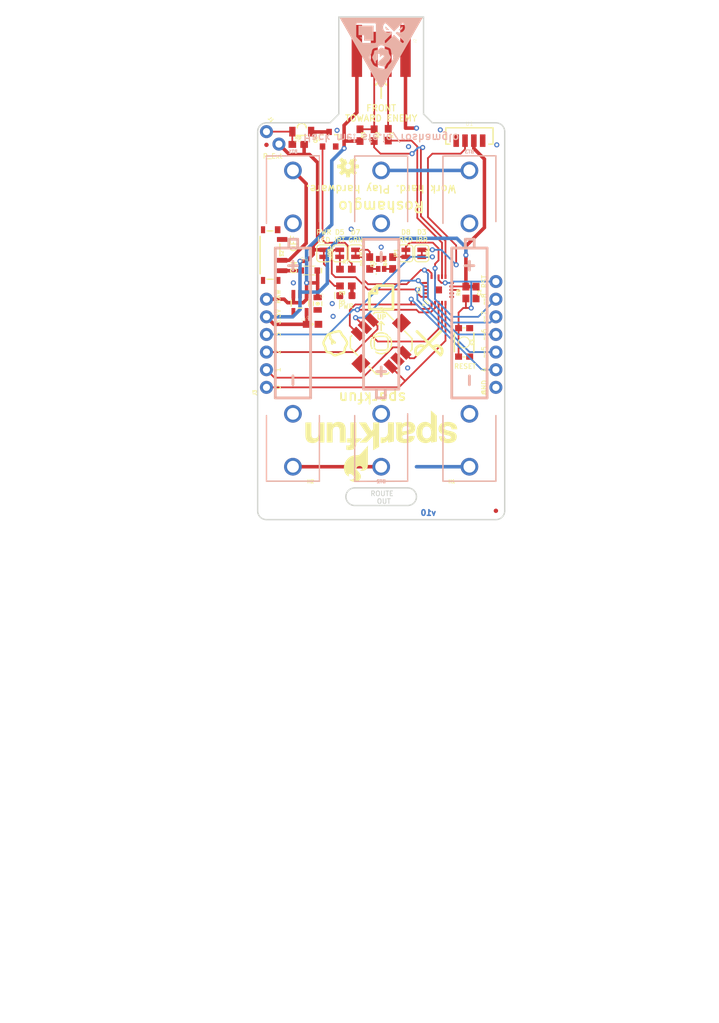
<source format=kicad_pcb>
(kicad_pcb (version 20211014) (generator pcbnew)
  (layers (0 "F.Cu" signal) (1 "In1.Cu" signal) (2 "In2.Cu" signal) (31 "B.Cu" signal) (34 "B.Paste" user) (35 "F.Paste" user) (36 "B.SilkS" user "B.Silkscreen") (37 "F.SilkS" user "F.Silkscreen") (38 "B.Mask" user) (39 "F.Mask" user) (44 "Edge.Cuts" user))
  (net 0 "")
  (net 1 "3.3V")
  (net 2 "GND")
  (net 3 "~{RESET}")
  (net 4 "8")
  (net 5 "9")
  (net 6 "10")
  (net 7 "7")
  (net 8 "6")
  (net 9 "5")
  (net 10 "4")
  (net 11 "3")
  (net 12 "2")
  (net 13 "1")
  (net 14 "0")
  (net 15 "D+")
  (net 16 "D-")
  (net 17 "N$2")
  (net 18 "N$4")
  (net 19 "V_BATT")
  (net 20 "N$12")
  (net 21 "N$13")
  (net 22 "VIN")
  (net 23 "N$3")
  (net 24 "N$7")
  (net 25 "N$8")
  (net 26 "N$5")
  (net 27 "N$6")
  (net 28 "N$9")
  (net 29 "N$10")
  (net 30 "N$14")
  (net 31 "N$1")
  (net 32 "N$11")
  (footprint "boardEagle:ROSHAMGLO_SCISSORS" (layer "F.Cu") (at 155.3591 115.7986)
    (fp_text reference "U$3" hide)
    (fp_text value "" hide)
  )
  (footprint "boardEagle:0603" (layer "F.Cu") (at 162.1536 108.4961 -90)
    (fp_text reference "C1")
    (fp_text value "0.1uF")
  )
  (footprint "boardEagle:TSOP75XXXWTR" (layer "F.Cu") (at 161.2011 85.3186)
    (fp_text reference "U1")
    (fp_text value "IR-Receiver")
  )
  (footprint "boardEagle:SOT23-3" (layer "F.Cu") (at 141.0081 86.4616)
    (fp_text reference "Q1")
    (fp_text value "600mA/40V")
  )
  (footprint "boardEagle:ROSHAMGLO_ROCK" (layer "F.Cu") (at 141.8971 115.7986)
    (fp_text reference "U$2" hide)
    (fp_text value "" hide)
  )
  (footprint "boardEagle:FIDUCIAL-MICRO" (layer "F.Cu") (at 165.0111 139.9286)
    (fp_text reference "FD2" hide)
    (fp_text value "FIDUCIALUFIDUCIAL" hide)
  )
  (footprint "boardEagle:0603" (layer "F.Cu") (at 146.8501 104.2416 90)
    (fp_text reference "R5")
    (fp_text value "100")
  )
  (footprint "boardEagle:0805-CAP" (layer "F.Cu") (at 139.3571 110.0963 -90)
    (fp_text reference "C5")
    (fp_text value "1.0uF")
  )
  (footprint "boardEagle:USB-A-PCB-NOPASTE" (layer "F.Cu") (at 148.5011 73.8886 -90)
    (fp_text reference "J2")
    (fp_text value "USBPCB")
  )
  (footprint "boardEagle:0603-CAP" (layer "F.Cu") (at 138.6205 113.0681)
    (fp_text reference "C6")
    (fp_text value "2.2uF")
  )
  (footprint "boardEagle:0603" (layer "F.Cu") (at 143.4211 107.5436 180)
    (fp_text reference "R9")
    (fp_text value "1k")
  )
  (footprint "boardEagle:SWITCH_SPST_SMD_A" (layer "F.Cu") (at 132.4991 103.0986 90)
    (fp_text reference "S2")
    (fp_text value "")
  )
  (footprint "boardEagle:TACTILE_SWITCH_SMD_4.6X2.8MM" (layer "F.Cu") (at 160.4391 115.6716 -90)
    (fp_text reference "S3")
    (fp_text value "")
  )
  (footprint "boardEagle:LTST-C195KGJRKT" (layer "F.Cu") (at 148.5011 104.3686 90)
    (fp_text reference "D3")
    (fp_text value "RG LED")
  )
  (footprint "boardEagle:QFN20" (layer "F.Cu") (at 156.7561 108.1151 90)
    (fp_text reference "IC1")
    (fp_text value "ATTINY84A")
  )
  (footprint "boardEagle:SMT-JUMPER_2_NC_TRACE_SILK" (layer "F.Cu") (at 140.2461 102.8446 -90)
    (fp_text reference "JP5")
    (fp_text value "")
  )
  (footprint "boardEagle:SMT-JUMPER_2_NC_TRACE_SILK" (layer "F.Cu") (at 142.5321 102.8446 90)
    (fp_text reference "JP3")
    (fp_text value "")
  )
  (footprint "boardEagle:SFE_LOGO_NAME_FLAME_.2" (layer "F.Cu") (at 160.1216 125.4506 180)
    (fp_text reference "LOGO2" hide)
    (fp_text value "SFE_LOGO_NAME_FLAME.2_INCH" hide)
  )
  (footprint "boardEagle:SFH4045N" (layer "F.Cu") (at 137.0711 85.3186 180)
    (fp_text reference "D6")
    (fp_text value "LED-IR")
  )
  (footprint "boardEagle:CREATIVE_COMMONS" (layer "F.Cu") (at 114.2111 158.9786)
    (fp_text reference "FRAME1" hide)
    (fp_text value "FRAME-LETTER" hide)
  )
  (footprint "boardEagle:0603" (layer "F.Cu") (at 145.4531 85.8266 -90)
    (fp_text reference "R3")
    (fp_text value "1.5k")
  )
  (footprint "boardEagle:SMT-JUMPER_2_NC_TRACE_SILK" (layer "F.Cu") (at 154.3431 102.8446 -90)
    (fp_text reference "JP4")
    (fp_text value "")
  )
  (footprint "boardEagle:0603" (layer "F.Cu") (at 150.1521 104.2416 90)
    (fp_text reference "R4")
    (fp_text value "100")
  )
  (footprint "boardEagle:0603" (layer "F.Cu") (at 143.4211 105.1306)
    (fp_text reference "R7")
    (fp_text value "1k")
  )
  (footprint "boardEagle:0603" (layer "F.Cu") (at 160.6931 108.4961 90)
    (fp_text reference "R8")
    (fp_text value "10k")
  )
  (footprint "boardEagle:FIDUCIAL-MICRO" (layer "F.Cu") (at 131.9911 87.2236)
    (fp_text reference "FD1" hide)
    (fp_text value "FIDUCIALUFIDUCIAL" hide)
  )
  (footprint "boardEagle:JOYSTICK_MINI" (layer "F.Cu") (at 148.5011 115.7986 -45)
    (fp_text reference "S1")
    (fp_text value "")
  )
  (footprint "boardEagle:SOT23-5" (layer "F.Cu") (at 136.8171 110.0201 180)
    (fp_text reference "U3")
    (fp_text value "AP2112K-3.3V")
  )
  (footprint "boardEagle:STAND-OFF" (layer "F.Cu") (at 158.6611 138.0236)
    (fp_text reference "H1")
    (fp_text value "STAND-OFF")
  )
  (footprint "boardEagle:0603" (layer "F.Cu") (at 149.5171 85.7631 -90)
    (fp_text reference "R1")
    (fp_text value "68")
  )
  (footprint "boardEagle:0603" (layer "F.Cu") (at 136.5631 87.1601)
    (fp_text reference "R6")
    (fp_text value "1.5k")
  )
  (footprint "boardEagle:1X07_NO_SILK" (layer "F.Cu") (at 165.0111 122.1486 90)
    (fp_text reference "J5")
    (fp_text value "")
  )
  (footprint "boardEagle:OSHW-LOGO-S" (layer "F.Cu") (at 143.7386 90.3351 180)
    (fp_text reference "LOGO1" hide)
    (fp_text value "OSHW-LOGOS" hide)
  )
  (footprint "boardEagle:SMT-JUMPER_2_NC_TRACE_SILK" (layer "F.Cu") (at 152.0571 102.8446 90)
    (fp_text reference "JP1")
    (fp_text value "")
  )
  (footprint "boardEagle:SMT-JUMPER_2_NC_TRACE_SILK" (layer "F.Cu") (at 144.8181 102.8446 -90)
    (fp_text reference "JP2")
    (fp_text value "")
  )
  (footprint "boardEagle:ROSHAMGLO_PAPER" (layer "F.Cu") (at 148.5011 109.1946)
    (fp_text reference "U$1" hide)
    (fp_text value "" hide)
  )
  (footprint "boardEagle:1X02_NO_SILK" (layer "F.Cu") (at 131.9911 85.3186 -45)
    (fp_text reference "J1")
    (fp_text value "R_Ext")
  )
  (footprint "boardEagle:SOD-323" (layer "F.Cu") (at 138.1506 105.3211)
    (fp_text reference "D4")
    (fp_text value "800mA/220mV")
  )
  (footprint "boardEagle:LED-0603" (layer "F.Cu") (at 143.4211 108.9406 180)
    (fp_text reference "D5")
    (fp_text value "RED")
  )
  (footprint "boardEagle:STAND-OFF" (layer "F.Cu") (at 138.3411 138.0236)
    (fp_text reference "H2")
    (fp_text value "STAND-OFF")
  )
  (footprint "boardEagle:1X06_NO_SILK" (layer "F.Cu") (at 131.9911 122.1486 90)
    (fp_text reference "J3")
    (fp_text value "")
  )
  (footprint "boardEagle:0603" (layer "F.Cu") (at 147.4851 85.8266 -90)
    (fp_text reference "R2")
    (fp_text value "68")
  )
  (footprint "boardEagle:ORDERING_INSTRUCTIONS" (layer "F.Cu") (at 93.8911 162.7886)
    (fp_text reference "U$5" hide)
    (fp_text value "SPECIAL_INSTRUCTIONS-ORDERING" hide)
  )
  (footprint "boardEagle:BATTERY-AAA-KIT" (layer "B.Cu") (at 135.8011 112.2426 -90)
    (fp_text reference "BT1")
    (fp_text value "1.2V")
  )
  (footprint "boardEagle:ROSHAMGLO_LOGO_0.4" (layer "B.Cu") (at 148.5011 73.8886)
    (fp_text reference "U$4" hide)
    (fp_text value "" hide)
  )
  (footprint "boardEagle:BATTERY-AAA-KIT" (layer "B.Cu") (at 148.5011 112.2426 90)
    (fp_text reference "BT2")
    (fp_text value "1.2V")
  )
  (footprint "boardEagle:BATTERY-AAA-KIT" (layer "B.Cu") (at 161.2011 112.2426 -90)
    (fp_text reference "BT3")
    (fp_text value "1.2V")
  )
  (gr_line (start 148.5011 77.6986) (end 149.2631 78.5876) (layer "F.SilkS") (width 0.254))
  (gr_line (start 148.5011 80.4926) (end 148.5011 77.6986) (layer "F.SilkS") (width 0.254))
  (gr_line (start 148.5011 77.6986) (end 147.7391 78.5876) (layer "F.SilkS") (width 0.254))
  (gr_line (start 165.0111 84.0486) (end 155.8671 84.0486) (layer "Edge.Cuts") (width 0.2032))
  (gr_arc (start 153.5811 137.8966) (mid 153.209126 138.794626) (end 152.3111 139.1666) (layer "Edge.Cuts") (width 0.2032))
  (gr_arc (start 143.4211 137.8966) (mid 143.793074 136.998574) (end 144.6911 136.6266) (layer "Edge.Cuts") (width 0.2032))
  (gr_line (start 155.8671 84.0486) (end 154.5971 82.7786) (layer "Edge.Cuts") (width 0.2032))
  (gr_line (start 130.7211 85.3186) (end 130.7211 139.9286) (layer "Edge.Cuts") (width 0.2032))
  (gr_arc (start 144.6911 139.1666) (mid 143.793074 138.794626) (end 143.4211 137.8966) (layer "Edge.Cuts") (width 0.2032))
  (gr_arc (start 130.7211 85.3186) (mid 131.093074 84.420574) (end 131.9911 84.0486) (layer "Edge.Cuts") (width 0.2032))
  (gr_line (start 131.9911 141.1986) (end 165.0111 141.1986) (layer "Edge.Cuts") (width 0.2032))
  (gr_line (start 152.3111 139.1666) (end 144.6911 139.1666) (layer "Edge.Cuts") (width 0.2032))
  (gr_line (start 142.4051 82.7786) (end 142.4051 68.8086) (layer "Edge.Cuts") (width 0.2032))
  (gr_line (start 144.6911 136.6266) (end 152.3111 136.6266) (layer "Edge.Cuts") (width 0.2032))
  (gr_arc (start 152.3111 136.6266) (mid 153.209126 136.998574) (end 153.5811 137.8966) (layer "Edge.Cuts") (width 0.2032))
  (gr_arc (start 131.9911 141.1986) (mid 131.093074 140.826626) (end 130.7211 139.9286) (layer "Edge.Cuts") (width 0.2032))
  (gr_line (start 154.5971 82.7786) (end 154.5971 68.8086) (layer "Edge.Cuts") (width 0.2032))
  (gr_line (start 141.1351 84.0486) (end 142.4051 82.7786) (layer "Edge.Cuts") (width 0.2032))
  (gr_line (start 166.2811 139.9286) (end 166.2811 85.3186) (layer "Edge.Cuts") (width 0.2032))
  (gr_line (start 142.4051 68.8086) (end 154.5971 68.8086) (layer "Edge.Cuts") (width 0.2032))
  (gr_arc (start 165.0111 84.0486) (mid 165.909126 84.420574) (end 166.2811 85.3186) (layer "Edge.Cuts") (width 0.2032))
  (gr_arc (start 166.2811 139.9286) (mid 165.909126 140.826626) (end 165.0111 141.1986) (layer "Edge.Cuts") (width 0.2032))
  (gr_line (start 131.9911 84.0486) (end 141.1351 84.0486) (layer "Edge.Cuts") (width 0.2032))
  (gr_text "v10" (at 156.5021 140.6906) (layer "B.Cu") (effects (font (size 0.8128 0.8128) (thickness 0.2032)) (justify left bottom mirror)))
  (gr_text "Hack me! sfe.io/roshamglo" (at 148.5011 85.5726 -180) (layer "B.SilkS") (effects (font (size 1.0795 1.0795) (thickness 0.1905)) (justify bottom mirror)))
  (gr_text "2" (at 133.2611 117.0686 90) (layer "F.SilkS") (effects (font (size 0.69088 0.69088) (thickness 0.12192)) (justify top)))
  (gr_text "PWR\nLED" (at 140.2461 101.3206) (layer "F.SilkS") (effects (font (size 0.69088 0.69088) (thickness 0.12192)) (justify bottom)))
  (gr_text "OFF" (at 135.4201 102.7176 90) (layer "F.SilkS") (effects (font (size 0.8636 0.8636) (thickness 0.1524)) (justify left top)))
  (gr_text "FRONT\nTOWARD ENEMY" (at 148.5011 83.9216) (layer "F.SilkS") (effects (font (size 0.90678 0.90678) (thickness 0.16002)) (justify bottom)))
  (gr_text "ON" (at 135.4201 105.8926 90) (layer "F.SilkS") (effects (font (size 0.8636 0.8636) (thickness 0.1524)) (justify left top)))
  (gr_text "GND" (at 163.7411 122.1486 90) (layer "F.SilkS") (effects (font (size 0.69088 0.69088) (thickness 0.12192)) (justify bottom)))
  (gr_text "0" (at 133.2611 122.1486 90) (layer "F.SilkS") (effects (font (size 0.69088 0.69088) (thickness 0.12192)) (justify top)))
  (gr_text "~~7" (at 163.7411 111.9886 90) (layer "F.SilkS") (effects (font (size 0.69088 0.69088) (thickness 0.12192)) (justify bottom)))
  (gr_text "Work hard. Play hardware." (at 148.5011 92.9386 180) (layer "F.SilkS") (effects (font (size 1.0795 1.0795) (thickness 0.1905)) (justify bottom)))
  (gr_text "Roshamglo" (at 148.5011 95.2246 180) (layer "F.SilkS") (effects (font (size 1.5113 1.5113) (thickness 0.2667)) (justify bottom)))
  (gr_text "~~6" (at 163.7411 114.5286 90) (layer "F.SilkS") (effects (font (size 0.69088 0.69088) (thickness 0.12192)) (justify bottom)))
  (gr_text "D3\nIRR" (at 154.3431 101.3206) (layer "F.SilkS") (effects (font (size 0.69088 0.69088) (thickness 0.12192)) (justify bottom)))
  (gr_text "1" (at 133.2611 119.6086 90) (layer "F.SilkS") (effects (font (size 0.69088 0.69088) (thickness 0.12192)) (justify top)))
  (gr_text "sparkfun" (at 147.2311 122.7836 180) (layer "F.SilkS") (effects (font (size 1.5113 1.5113) (thickness 0.2667)) (justify bottom)))
  (gr_text "RAW" (at 133.2611 109.0676 90) (layer "F.SilkS") (effects (font (size 0.69088 0.69088) (thickness 0.12192)) (justify top)))
  (gr_text "3.3V" (at 133.2611 111.9886 90) (layer "F.SilkS") (effects (font (size 0.69088 0.69088) (thickness 0.12192)) (justify top)))
  (gr_text "RST" (at 163.7411 106.9086 90) (layer "F.SilkS") (effects (font (size 0.69088 0.69088) (thickness 0.12192)) (justify bottom)))
  (gr_text "D8\nRED" (at 152.0571 101.3206) (layer "F.SilkS") (effects (font (size 0.69088 0.69088) (thickness 0.12192)) (justify bottom)))
  (gr_text "~~5" (at 163.7411 117.0686 90) (layer "F.SilkS") (effects (font (size 0.69088 0.69088) (thickness 0.12192)) (justify bottom)))
  (gr_text "4" (at 163.7411 119.6086 90) (layer "F.SilkS") (effects (font (size 0.69088 0.69088) (thickness 0.12192)) (justify bottom)))
  (gr_text "PWR" (at 143.4211 110.0836) (layer "F.SilkS") (effects (font (size 0.69088 0.69088) (thickness 0.12192)) (justify top)))
  (gr_text "RESET" (at 162.2171 118.7196) (layer "F.SilkS") (effects (font (size 0.69088 0.69088) (thickness 0.12192)) (justify right top)))
  (gr_text "D7\nGRN" (at 144.8181 101.3206) (layer "F.SilkS") (effects (font (size 0.69088 0.69088) (thickness 0.12192)) (justify bottom)))
  (gr_text "3" (at 133.2611 114.5286 90) (layer "F.SilkS") (effects (font (size 0.69088 0.69088) (thickness 0.12192)) (justify top)))
  (gr_text "R_Ext" (at 132.8801 89.2556) (layer "F.SilkS") (effects (font (size 0.69088 0.69088) (thickness 0.12192)) (justify bottom)))
  (gr_text "~~8" (at 163.7411 109.4486 90) (layer "F.SilkS") (effects (font (size 0.69088 0.69088) (thickness 0.12192)) (justify bottom)))
  (gr_text "D5\nIRT" (at 142.5321 101.3206) (layer "F.SilkS") (effects (font (size 0.69088 0.69088) (thickness 0.12192)) (justify bottom)))
  (gr_text "ROUTE \nOUT" (at 148.8821 138.9634) (layer "Edge.Cuts") (effects (font (size 0.69088 0.69088) (thickness 0.12192)) (justify bottom)))
  (segment (start 131.9911 111.9886) (end 133.0706 113.0681) (width 0.508) (layer "F.Cu") (net 1))
  (segment (start 133.78715 87.114654) (end 135.293096 88.6206) (width 0.508) (layer "F.Cu") (net 1))
  (segment (start 163.3601 99.133369) (end 160.6931 101.800369) (width 0.508) (layer "F.Cu") (net 1))
  (segment (start 138.7221 101.7016) (end 138.7221 102.4636) (width 0.508) (layer "F.Cu") (net 1))
  (segment (start 137.7705 113.0681) (end 133.0706 113.0681) (width 0.508) (layer "F.Cu") (net 1))
  (segment (start 139.3571 89.787357) (end 139.3571 101.0666) (width 0.508) (layer "F.Cu") (net 1))
  (segment (start 139.3571 101.0666) (end 138.7221 101.7016) (width 0.508) (layer "F.Cu") (net 1))
  (segment (start 138.8491 102.3366) (end 138.7221 102.4636) (width 0.508) (layer "F.Cu") (net 1))
  (segment (start 138.7221 102.4636) (end 138.7221 102.9957) (width 0.508) (layer "F.Cu") (net 1))
  (segment (start 140.2461 102.3366) (end 138.8491 102.3366) (width 0.508) (layer "F.Cu") (net 1))
  (segment (start 161.8361 86.6186) (end 161.8361 87.753072) (width 0.508) (layer "F.Cu") (net 1))
  (segment (start 137.7671 113.0647) (end 137.7705 113.0681) (width 0.508) (layer "F.Cu") (net 1))
  (segment (start 137.7671 111.3202) (end 137.7671 113.0647) (width 0.508) (layer "F.Cu") (net 1))
  (segment (start 163.3601 89.277072) (end 163.3601 99.133369) (width 0.508) (layer "F.Cu") (net 1))
  (segment (start 161.8361 87.753072) (end 163.3601 89.277072) (width 0.508) (layer "F.Cu") (net 1))
  (segment (start 137.7302 103.9876) (end 136.8171 103.9876) (width 0.508) (layer "F.Cu") (net 1))
  (segment (start 139.3571 89.787357) (end 138.190343 88.6206) (width 0.508) (layer "F.Cu") (net 1))
  (segment (start 162.1536 107.6461) (end 160.6931 107.6461) (width 0.508) (layer "F.Cu") (net 1))
  (segment (start 138.190343 88.6206) (end 137.4131 88.6206) (width 0.508) (layer "F.Cu") (net 1))
  (segment (start 160.6931 107.6151) (end 160.6931 103.0986) (width 0.508) (layer "F.Cu") (net 1))
  (segment (start 137.4131 88.6206) (end 137.4131 87.1601) (width 0.508) (layer "F.Cu") (net 1))
  (segment (start 135.293096 88.6206) (end 137.4131 88.6206) (width 0.508) (layer "F.Cu") (net 1))
  (segment (start 137.7705 113.2586) (end 137.7705 113.0681) (width 0.508) (layer "F.Cu") (net 1))
  (segment (start 158.6561 107.6151) (end 160.6931 107.6151) (width 0.254) (layer "F.Cu") (net 1))
  (segment (start 160.6931 107.6151) (end 160.6931 107.6461) (width 0.254) (layer "F.Cu") (net 1))
  (segment (start 138.7221 102.9957) (end 137.7302 103.9876) (width 0.508) (layer "F.Cu") (net 1))
  (segment (start 160.6931 101.800369) (end 160.6931 103.0986) (width 0.508) (layer "F.Cu") (net 1))
  (via (at 160.6931 103.0986) (size 0.7366) (drill 0.381) (layers "F.Cu" "B.Cu") (net 1))
  (via (at 136.8171 103.9876) (size 0.7366) (drill 0.381) (layers "F.Cu" "B.Cu") (net 1))
  (segment (start 135.77375 111.9886) (end 131.9911 111.9886) (width 0.508) (layer "B.Cu") (net 1))
  (segment (start 159.385556 100.6856) (end 160.6931 101.993144) (width 0.508) (layer "B.Cu") (net 1))
  (segment (start 135.77375 111.9886) (end 136.8171 110.94525) (width 0.508) (layer "B.Cu") (net 1))
  (segment (start 140.7541 107.175366) (end 139.496865 108.4326) (width 0.508) (layer "B.Cu") (net 1))
  (segment (start 160.6931 101.993144) (end 160.6931 103.0986) (width 0.508) (layer "B.Cu") (net 1))
  (segment (start 140.7541 102.4636) (end 140.7541 107.175366) (width 0.508) (layer "B.Cu") (net 1))
  (segment (start 142.5321 100.6856) (end 140.7541 102.4636) (width 0.508) (layer "B.Cu") (net 1))
  (segment (start 139.496865 108.4326) (end 136.8171 108.4326) (width 0.508) (layer "B.Cu") (net 1))
  (segment (start 136.8171 108.4326) (end 136.8171 103.9876) (width 0.508) (layer "B.Cu") (net 1))
  (segment (start 136.8171 110.94525) (end 136.8171 108.4326) (width 0.508) (layer "B.Cu") (net 1))
  (segment (start 142.5321 100.6856) (end 159.385556 100.6856) (width 0.508) (layer "B.Cu") (net 1))
  (segment (start 159.6771 108.1151) (end 159.6771 108.1786) (width 0.254) (layer "F.Cu") (net 2))
  (segment (start 152.0011 73.6886) (end 152.0011 84.8106) (width 0.508) (layer "F.Cu") (net 2))
  (segment (start 158.6561 108.1151) (end 159.6771 108.1151) (width 0.254) (layer "F.Cu") (net 2))
  (segment (start 152.0011 84.8106) (end 153.5811 84.8106) (width 0.508) (layer "F.Cu") (net 2))
  (via (at 165.1381 87.2236) (size 0.7366) (drill 0.381) (layers "F.Cu" "B.Cu") (net 2))
  (via (at 142.1511 85.1281) (size 0.7366) (drill 0.381) (layers "F.Cu" "B.Cu") (net 2))
  (via (at 135.8646 107.0991) (size 0.7366) (drill 0.381) (layers "F.Cu" "B.Cu") (net 2))
  (via (at 141.5796 111.9251) (size 0.7366) (drill 0.381) (layers "F.Cu" "B.Cu") (net 2))
  (via (at 157.0101 85.0646) (size 0.7366) (drill 0.381) (layers "F.Cu" "B.Cu") (net 2))
  (via (at 152.3111 119.3546) (size 0.7366) (drill 0.381) (layers "F.Cu" "B.Cu") (net 2))
  (via (at 141.4526 110.0836) (size 0.7366) (drill 0.381) (layers "F.Cu" "B.Cu") (net 2))
  (via (at 153.5811 84.8106) (size 0.7366) (drill 0.381) (layers "F.Cu" "B.Cu") (net 2))
  (via (at 148.5011 101.9556) (size 0.7366) (drill 0.381) (layers "F.Cu" "B.Cu") (net 2))
  (via (at 152.4381 87.4776) (size 0.7366) (drill 0.381) (layers "F.Cu" "B.Cu") (net 2))
  (via (at 144.1831 99.3521) (size 0.7366) (drill 0.381) (layers "F.Cu" "B.Cu") (net 2))
  (segment (start 161.2011 133.5786) (end 153.5811 133.5786) (width 0.508) (layer "B.Cu") (net 2))
  (segment (start 161.4551 110.7186) (end 160.6931 110.7186) (width 0.254) (layer "F.Cu") (net 3))
  (segment (start 160.6931 110.7186) (end 160.6931 109.3461) (width 0.254) (layer "F.Cu") (net 3))
  (segment (start 156.7561 106.2151) (end 156.7561 106.673132) (width 0.254) (layer "F.Cu") (net 3))
  (segment (start 156.7561 106.673132) (end 157.182068 107.0991) (width 0.254) (layer "F.Cu") (net 3))
  (segment (start 157.182068 107.0991) (end 157.7086 107.0991) (width 0.254) (layer "F.Cu") (net 3))
  (segment (start 159.6391 111.384388) (end 160.304887 110.7186) (width 0.254) (layer "F.Cu") (net 3))
  (segment (start 159.6391 113.6216) (end 159.6391 111.384388) (width 0.254) (layer "F.Cu") (net 3))
  (segment (start 160.304887 110.7186) (end 160.6931 110.7186) (width 0.254) (layer "F.Cu") (net 3))
  (segment (start 159.6391 113.6216) (end 159.6391 117.7216) (width 0.254) (layer "F.Cu") (net 3))
  (via (at 161.4551 110.7186) (size 0.7366) (drill 0.381) (layers "F.Cu" "B.Cu") (net 3))
  (via (at 157.7086 107.0991) (size 0.7366) (drill 0.381) (layers "F.Cu" "B.Cu") (net 3))
  (segment (start 161.4551 110.7186) (end 161.4551 106.9086) (width 0.254) (layer "B.Cu") (net 3))
  (segment (start 161.4551 106.9086) (end 165.0111 106.9086) (width 0.254) (layer "B.Cu") (net 3))
  (segment (start 158.5341 107.0991) (end 158.7246 106.9086) (width 0.254) (layer "B.Cu") (net 3))
  (segment (start 158.7246 106.9086) (end 161.4551 106.9086) (width 0.254) (layer "B.Cu") (net 3))
  (segment (start 157.7086 107.0991) (end 158.5341 107.0991) (width 0.254) (layer "B.Cu") (net 3))
  (segment (start 156.2561 105.0036) (end 156.2561 104.3606) (width 0.254) (layer "F.Cu") (net 4))
  (segment (start 152.0571 101.87701) (end 152.0571 102.3366) (width 0.254) (layer "F.Cu") (net 4))
  (segment (start 155.929321 101.299129) (end 156.7561 102.125907) (width 0.254) (layer "F.Cu") (net 4))
  (segment (start 156.7561 102.125907) (end 156.7561 103.8606) (width 0.254) (layer "F.Cu") (net 4))
  (segment (start 152.634981 101.299129) (end 152.0571 101.87701) (width 0.254) (layer "F.Cu") (net 4))
  (segment (start 156.2561 106.2151) (end 156.2561 105.0036) (width 0.254) (layer "F.Cu") (net 4))
  (segment (start 155.929321 101.299129) (end 152.634981 101.299129) (width 0.254) (layer "F.Cu") (net 4))
  (segment (start 156.2561 104.3606) (end 156.7561 103.8606) (width 0.254) (layer "F.Cu") (net 4))
  (via (at 156.2561 105.0036) (size 0.7366) (drill 0.381) (layers "F.Cu" "B.Cu") (net 4))
  (segment (start 156.2481 105.0116) (end 156.2561 105.0036) (width 0.254) (layer "B.Cu") (net 4))
  (segment (start 162.4711 111.9886) (end 158.7881 111.9886) (width 0.254) (layer "B.Cu") (net 4))
  (segment (start 156.2481 109.4486) (end 156.2481 105.0116) (width 0.254) (layer "B.Cu") (net 4))
  (segment (start 158.7881 111.9886) (end 156.2481 109.4486) (width 0.254) (layer "B.Cu") (net 4))
  (segment (start 165.0111 109.4486) (end 162.4711 111.9886) (width 0.254) (layer "B.Cu") (net 4))
  (segment (start 157.2561 101.3126) (end 157.2561 106.2151) (width 0.254) (layer "F.Cu") (net 5))
  (segment (start 153.7001 87.447132) (end 153.7001 97.7566) (width 0.254) (layer "F.Cu") (net 5))
  (segment (start 149.5171 86.6131) (end 152.866068 86.6131) (width 0.254) (layer "F.Cu") (net 5))
  (segment (start 152.866068 86.6131) (end 153.7001 87.447132) (width 0.254) (layer "F.Cu") (net 5))
  (segment (start 153.7001 97.7566) (end 157.2561 101.3126) (width 0.254) (layer "F.Cu") (net 5))
  (segment (start 147.4851 87.577791) (end 148.400909 88.4936) (width 0.254) (layer "F.Cu") (net 6))
  (segment (start 154.2161 87.8586) (end 154.4701 87.6046) (width 0.254) (layer "F.Cu") (net 6))
  (segment (start 157.7561 101.0506) (end 157.7561 106.2151) (width 0.254) (layer "F.Cu") (net 6))
  (segment (start 154.2161 97.5106) (end 157.7561 101.0506) (width 0.254) (layer "F.Cu") (net 6))
  (segment (start 154.2161 97.5106) (end 154.2161 87.8586) (width 0.254) (layer "F.Cu") (net 6))
  (segment (start 148.400909 88.4936) (end 152.9461 88.4936) (width 0.254) (layer "F.Cu") (net 6))
  (segment (start 147.4851 86.6766) (end 147.4851 87.577791) (width 0.254) (layer "F.Cu") (net 6))
  (via (at 154.4701 87.6046) (size 0.7366) (drill 0.381) (layers "F.Cu" "B.Cu") (net 6))
  (via (at 152.9461 88.4936) (size 0.7366) (drill 0.381) (layers "F.Cu" "B.Cu") (net 6))
  (segment (start 153.8351 87.6046) (end 154.4701 87.6046) (width 0.254) (layer "B.Cu") (net 6))
  (segment (start 152.9461 88.4936) (end 153.8351 87.6046) (width 0.254) (layer "B.Cu") (net 6))
  (segment (start 154.7241 105.2576) (end 155.2848 105.2576) (width 0.254) (layer "F.Cu") (net 7))
  (segment (start 145.9611 103.636579) (end 145.9611 106.642025) (width 0.254) (layer "F.Cu") (net 7))
  (segment (start 152.176193 107.2896) (end 146.608675 107.2896) (width 0.254) (layer "F.Cu") (net 7))
  (segment (start 155.7561 105.7289) (end 155.7561 106.2151) (width 0.254) (layer "F.Cu") (net 7))
  (segment (start 154.7241 105.2576) (end 154.208193 105.2576) (width 0.254) (layer "F.Cu") (net 7))
  (segment (start 144.8181 103.3526) (end 145.677121 103.3526) (width 0.254) (layer "F.Cu") (net 7))
  (segment (start 155.2848 105.2576) (end 155.7561 105.7289) (width 0.254) (layer "F.Cu") (net 7))
  (segment (start 154.208193 105.2576) (end 152.176193 107.2896) (width 0.254) (layer "F.Cu") (net 7))
  (segment (start 145.9611 106.642025) (end 146.608675 107.2896) (width 0.254) (layer "F.Cu") (net 7))
  (segment (start 145.677121 103.3526) (end 145.9611 103.636579) (width 0.254) (layer "F.Cu") (net 7))
  (via (at 154.7241 105.2576) (size 0.7366) (drill 0.381) (layers "F.Cu" "B.Cu") (net 7))
  (segment (start 164.1856 112.8141) (end 158.7246 112.8141) (width 0.254) (layer "B.Cu") (net 7))
  (segment (start 165.0111 111.9886) (end 164.1856 112.8141) (width 0.254) (layer "B.Cu") (net 7))
  (segment (start 155.2321 109.3216) (end 155.2321 105.7656) (width 0.254) (layer "B.Cu") (net 7))
  (segment (start 158.7246 112.8141) (end 155.2321 109.3216) (width 0.254) (layer "B.Cu") (net 7))
  (segment (start 155.2321 105.7656) (end 154.7241 105.2576) (width 0.254) (layer "B.Cu") (net 7))
  (segment (start 146.149968 113.447472) (end 144.8181 112.115604) (width 0.254) (layer "F.Cu") (net 8))
  (segment (start 153.8351 106.7816) (end 154.1686 107.1151) (width 0.254) (layer "F.Cu") (net 8))
  (segment (start 154.1686 107.1151) (end 154.8561 107.1151) (width 0.254) (layer "F.Cu") (net 8))
  (segment (start 144.8181 112.115604) (end 144.8181 112.1156) (width 0.254) (layer "F.Cu") (net 8))
  (via (at 144.8181 112.1156) (size 0.7366) (drill 0.381) (layers "F.Cu" "B.Cu") (net 8))
  (via (at 153.8351 106.7816) (size 0.7366) (drill 0.381) (layers "F.Cu" "B.Cu") (net 8))
  (segment (start 154.5971 107.5436) (end 153.8351 106.7816) (width 0.254) (layer "B.Cu") (net 8))
  (segment (start 165.0111 114.5286) (end 159.5501 114.5286) (width 0.254) (layer "B.Cu") (net 8))
  (segment (start 159.5501 114.5286) (end 154.5971 109.5756) (width 0.254) (layer "B.Cu") (net 8))
  (segment (start 146.0881 112.1156) (end 151.4221 106.7816) (width 0.254) (layer "B.Cu") (net 8))
  (segment (start 144.8181 112.1156) (end 146.0881 112.1156) (width 0.254) (layer "B.Cu") (net 8))
  (segment (start 151.4221 106.7816) (end 153.8351 106.7816) (width 0.254) (layer "B.Cu") (net 8))
  (segment (start 154.5971 109.5756) (end 154.5971 107.5436) (width 0.254) (layer "B.Cu") (net 8))
  (segment (start 141.3891 105.7656) (end 141.3891 102.738207) (width 0.254) (layer "F.Cu") (net 9))
  (segment (start 141.8971 106.2736) (end 141.3891 105.7656) (width 0.254) (layer "F.Cu") (net 9))
  (segment (start 141.790706 102.3366) (end 142.5321 102.3366) (width 0.254) (layer "F.Cu") (net 9))
  (segment (start 153.7081 108.0516) (end 153.7081 108.577966) (width 0.254) (layer "F.Cu") (net 9))
  (segment (start 146.5961 108.0516) (end 144.8181 106.2736) (width 0.254) (layer "F.Cu") (net 9))
  (segment (start 153.7081 108.577966) (end 154.245234 109.1151) (width 0.254) (layer "F.Cu") (net 9))
  (segment (start 141.3891 102.738207) (end 141.790706 102.3366) (width 0.254) (layer "F.Cu") (net 9))
  (segment (start 153.7081 108.0516) (end 146.5961 108.0516) (width 0.254) (layer "F.Cu") (net 9))
  (segment (start 144.8181 106.2736) (end 141.8971 106.2736) (width 0.254) (layer "F.Cu") (net 9))
  (segment (start 154.245234 109.1151) (end 154.8561 109.1151) (width 0.254) (layer "F.Cu") (net 9))
  (via (at 153.7081 108.0516) (size 0.7366) (drill 0.381) (layers "F.Cu" "B.Cu") (net 9))
  (segment (start 161.221171 117.0686) (end 153.7081 109.555529) (width 0.254) (layer "B.Cu") (net 9))
  (segment (start 165.0111 117.0686) (end 161.221171 117.0686) (width 0.254) (layer "B.Cu") (net 9))
  (segment (start 153.7081 109.555529) (end 153.7081 108.0516) (width 0.254) (layer "B.Cu") (net 9))
  (segment (start 153.601706 110.2106) (end 154.236706 110.8456) (width 0.254) (layer "F.Cu") (net 10))
  (segment (start 143.985168 113.262572) (end 145.160018 114.437422) (width 0.254) (layer "F.Cu") (net 10))
  (segment (start 143.985168 111.012785) (end 144.787353 110.2106) (width 0.254) (layer "F.Cu") (net 10))
  (segment (start 152.8191 109.4486) (end 152.8191 110.2106) (width 0.254) (layer "F.Cu") (net 10))
  (segment (start 144.787353 110.2106) (end 152.8191 110.2106) (width 0.254) (layer "F.Cu") (net 10))
  (segment (start 155.385406 110.8456) (end 155.7561 110.474907) (width 0.254) (layer "F.Cu") (net 10))
  (segment (start 143.985168 113.262572) (end 143.985168 111.012785) (width 0.254) (layer "F.Cu") (net 10))
  (segment (start 154.236706 110.8456) (end 155.385406 110.8456) (width 0.254) (layer "F.Cu") (net 10))
  (segment (start 155.7561 110.474907) (end 155.7561 110.0151) (width 0.254) (layer "F.Cu") (net 10))
  (segment (start 152.8191 110.2106) (end 153.601706 110.2106) (width 0.254) (layer "F.Cu") (net 10))
  (via (at 152.8191 109.4486) (size 0.7366) (drill 0.381) (layers "F.Cu" "B.Cu") (net 10))
  (segment (start 162.9791 119.6086) (end 152.8191 109.4486) (width 0.254) (layer "B.Cu") (net 10))
  (segment (start 165.0111 119.6086) (end 162.9791 119.6086) (width 0.254) (layer "B.Cu") (net 10))
  (segment (start 153.9621 111.3536) (end 153.5811 110.9726) (width 0.254) (layer "F.Cu") (net 11))
  (segment (start 153.5811 110.9726) (end 145.0721 110.9726) (width 0.254) (layer "F.Cu") (net 11))
  (segment (start 156.2561 110.713769) (end 155.616268 111.3536) (width 0.254) (layer "F.Cu") (net 11))
  (segment (start 156.2561 110.0151) (end 156.2561 110.713769) (width 0.254) (layer "F.Cu") (net 11))
  (segment (start 154.3431 103.3526) (end 155.8671 103.3526) (width 0.254) (layer "F.Cu") (net 11))
  (segment (start 155.616268 111.3536) (end 153.9621 111.3536) (width 0.254) (layer "F.Cu") (net 11))
  (via (at 145.0721 110.9726) (size 0.7366) (drill 0.381) (layers "F.Cu" "B.Cu") (net 11))
  (via (at 155.8671 103.3526) (size 0.7366) (drill 0.381) (layers "F.Cu" "B.Cu") (net 11))
  (segment (start 152.6921 103.3526) (end 145.0721 110.9726) (width 0.254) (layer "B.Cu") (net 11))
  (segment (start 144.4371 110.9726) (end 140.8811 114.5286) (width 0.254) (layer "B.Cu") (net 11))
  (segment (start 144.4371 110.9726) (end 145.0721 110.9726) (width 0.254) (layer "B.Cu") (net 11))
  (segment (start 140.8811 114.5286) (end 131.9911 114.5286) (width 0.254) (layer "B.Cu") (net 11))
  (segment (start 155.8671 103.3526) (end 152.6921 103.3526) (width 0.254) (layer "B.Cu") (net 11))
  (segment (start 156.7561 113.739594) (end 156.7561 110.0151) (width 0.254) (layer "F.Cu") (net 12))
  (segment (start 147.969387 113.286991) (end 147.139918 112.457522) (width 0.254) (layer "F.Cu") (net 12))
  (segment (start 154.951093 115.5446) (end 156.7561 113.739594) (width 0.254) (layer "F.Cu") (net 12))
  (segment (start 147.993103 115.5446) (end 154.951093 115.5446) (width 0.254) (layer "F.Cu") (net 12))
  (segment (start 144.6911 117.068597) (end 147.1041 114.655597) (width 0.254) (layer "F.Cu") (net 12))
  (segment (start 147.1041 114.655597) (end 147.969387 113.79031) (width 0.254) (layer "F.Cu") (net 12))
  (segment (start 131.9911 117.0686) (end 131.991103 117.068597) (width 0.254) (layer "F.Cu") (net 12))
  (segment (start 147.993103 115.5446) (end 147.1041 114.655597) (width 0.254) (layer "F.Cu") (net 12))
  (segment (start 147.969387 113.79031) (end 147.969387 113.286991) (width 0.254) (layer "F.Cu") (net 12))
  (segment (start 131.991103 117.068597) (end 144.6911 117.068597) (width 0.254) (layer "F.Cu") (net 12))
  (segment (start 153.25235 117.957454) (end 157.2561 113.953704) (width 0.254) (layer "F.Cu") (net 13))
  (segment (start 153.25235 117.957454) (end 152.63985 117.957454) (width 0.254) (layer "F.Cu") (net 13))
  (segment (start 157.2561 113.953704) (end 157.2561 110.0151) (width 0.254) (layer "F.Cu") (net 13))
  (segment (start 150.197584 116.388119) (end 145.8341 120.7516) (width 0.254) (layer "F.Cu") (net 13))
  (segment (start 152.63985 117.957454) (end 151.842178 117.159782) (width 0.254) (layer "F.Cu") (net 13))
  (segment (start 151.842178 117.159782) (end 151.070515 116.388119) (width 0.254) (layer "F.Cu") (net 13))
  (segment (start 151.070515 116.388119) (end 150.197584 116.388119) (width 0.254) (layer "F.Cu") (net 13))
  (segment (start 133.1341 120.7516) (end 145.8341 120.7516) (width 0.254) (layer "F.Cu") (net 13))
  (segment (start 131.9911 119.6086) (end 133.1341 120.7516) (width 0.254) (layer "F.Cu") (net 13))
  (segment (start 157.7561 115.4336) (end 157.7561 110.0151) (width 0.254) (layer "F.Cu") (net 14))
  (segment (start 151.041103 122.1486) (end 151.95615 121.233554) (width 0.254) (layer "F.Cu") (net 14))
  (segment (start 149.862278 119.139682) (end 151.95615 121.233554) (width 0.254) (layer "F.Cu") (net 14))
  (segment (start 154.2001 118.9896) (end 157.7561 115.4336) (width 0.254) (layer "F.Cu") (net 14))
  (segment (start 131.9911 122.1486) (end 151.041103 122.1486) (width 0.254) (layer "F.Cu") (net 14))
  (segment (start 151.95615 121.233554) (end 154.2001 118.9896) (width 0.254) (layer "F.Cu") (net 14))
  (segment (start 149.5011 74.1886) (end 149.5011 84.8971) (width 0.254) (layer "F.Cu") (net 15))
  (segment (start 149.5011 84.8971) (end 149.5171 84.9131) (width 0.254) (layer "F.Cu") (net 15))
  (segment (start 147.5011 84.9606) (end 147.4851 84.9766) (width 0.254) (layer "F.Cu") (net 16))
  (segment (start 147.5011 74.1886) (end 147.5011 84.9606) (width 0.254) (layer "F.Cu") (net 16))
  (segment (start 145.4531 84.9766) (end 147.4851 84.9766) (width 0.254) (layer "F.Cu") (net 16))
  (segment (start 150.1521 105.0916) (end 148.9261 105.0916) (width 0.254) (layer "F.Cu") (net 17))
  (segment (start 148.9261 105.0916) (end 148.9261 105.0936) (width 0.254) (layer "F.Cu") (net 17))
  (segment (start 146.8501 105.0936) (end 146.8501 105.0916) (width 0.254) (layer "F.Cu") (net 18))
  (segment (start 148.0761 105.0936) (end 146.8501 105.0936) (width 0.254) (layer "F.Cu") (net 18))
  (segment (start 135.239175 103.8486) (end 134.2491 103.8486) (width 0.508) (layer "F.Cu") (net 19))
  (segment (start 135.239175 103.8486) (end 137.7061 101.381675) (width 0.508) (layer "F.Cu") (net 19))
  (segment (start 135.8011 90.9066) (end 137.7061 92.8116) (width 0.508) (layer "F.Cu") (net 19))
  (segment (start 137.7061 92.8116) (end 137.7061 101.381675) (width 0.508) (layer "F.Cu") (net 19))
  (segment (start 148.5011 133.5786) (end 135.8011 133.5786) (width 0.508) (layer "F.Cu") (net 20))
  (segment (start 161.2011 90.9066) (end 148.5011 90.9066) (width 0.508) (layer "B.Cu") (net 21))
  (segment (start 137.7671 108.72) (end 137.7696 108.72) (width 0.508) (layer "F.Cu") (net 22))
  (segment (start 137.7671 109.462569) (end 137.273068 109.9566) (width 0.508) (layer "F.Cu") (net 22))
  (segment (start 145.0011 82.566432) (end 143.1671 84.400432) (width 0.508) (layer "F.Cu") (net 22))
  (segment (start 135.8646 108.72) (end 135.8671 108.72) (width 0.508) (layer "F.Cu") (net 22))
  (segment (start 137.7671 108.72) (end 137.7671 109.462569) (width 0.508) (layer "F.Cu") (net 22))
  (segment (start 135.8646 109.9566) (end 135.8646 108.72) (width 0.508) (layer "F.Cu") (net 22))
  (segment (start 145.0011 73.6886) (end 145.0011 82.566432) (width 0.508) (layer "F.Cu") (net 22))
  (segment (start 137.273068 109.9566) (end 135.8646 109.9566) (width 0.508) (layer "F.Cu") (net 22))
  (segment (start 143.1671 86.6766) (end 145.4531 86.6766) (width 0.508) (layer "F.Cu") (net 22))
  (segment (start 134.5311 109.4486) (end 131.9911 109.4486) (width 0.508) (layer "F.Cu") (net 22))
  (segment (start 137.7696 107.0991) (end 139.3571 107.0991) (width 0.508) (layer "F.Cu") (net 22))
  (segment (start 139.3571 107.0991) (end 139.3571 109.1963) (width 0.508) (layer "F.Cu") (net 22))
  (segment (start 143.1671 84.400432) (end 143.1671 86.6766) (width 0.508) (layer "F.Cu") (net 22))
  (segment (start 139.3571 105.3211) (end 139.3571 107.0991) (width 0.508) (layer "F.Cu") (net 22))
  (segment (start 134.5311 109.4486) (end 135.0391 109.9566) (width 0.508) (layer "F.Cu") (net 22))
  (segment (start 137.7696 108.72) (end 137.7696 107.0991) (width 0.508) (layer "F.Cu") (net 22))
  (segment (start 143.1671 86.6766) (end 143.1671 87.7316) (width 0.508) (layer "F.Cu") (net 22))
  (segment (start 139.3006 105.3211) (end 139.3571 105.3211) (width 0.508) (layer "F.Cu") (net 22))
  (segment (start 135.0391 109.9566) (end 135.8646 109.9566) (width 0.508) (layer "F.Cu") (net 22))
  (via (at 143.1671 87.7316) (size 0.7366) (drill 0.381) (layers "F.Cu" "B.Cu") (net 22))
  (via (at 137.7696 107.0991) (size 0.7366) (drill 0.381) (layers "F.Cu" "B.Cu") (net 22))
  (segment (start 141.3891 98.697907) (end 137.7696 102.317407) (width 0.508) (layer "B.Cu") (net 22))
  (segment (start 143.1671 87.7316) (end 141.3891 89.5096) (width 0.508) (layer "B.Cu") (net 22))
  (segment (start 141.3891 89.5096) (end 141.3891 98.697907) (width 0.508) (layer "B.Cu") (net 22))
  (segment (start 137.7696 102.317407) (end 137.7696 107.0991) (width 0.508) (layer "B.Cu") (net 22))
  (segment (start 137.0006 105.3486) (end 137.0006 105.3211) (width 0.508) (layer "F.Cu") (net 23))
  (segment (start 134.2491 105.3486) (end 137.0006 105.3486) (width 0.508) (layer "F.Cu") (net 23))
  (segment (start 150.1521 103.3526) (end 150.1521 103.3916) (width 0.254) (layer "F.Cu") (net 24))
  (segment (start 152.0571 103.3526) (end 150.1521 103.3526) (width 0.254) (layer "F.Cu") (net 24))
  (segment (start 146.8501 103.3526) (end 146.8501 103.3916) (width 0.254) (layer "F.Cu") (net 25))
  (segment (start 146.566121 102.3366) (end 146.8501 102.620579) (width 0.254) (layer "F.Cu") (net 25))
  (segment (start 146.8501 102.620579) (end 146.8501 103.3916) (width 0.254) (layer "F.Cu") (net 25))
  (segment (start 144.8181 102.3366) (end 146.566121 102.3366) (width 0.254) (layer "F.Cu") (net 25))
  (segment (start 138.4211 85.3186) (end 138.4211 85.3616) (width 0.508) (layer "F.Cu") (net 26))
  (segment (start 138.4211 85.3616) (end 141.0081 85.3616) (width 0.508) (layer "F.Cu") (net 26))
  (segment (start 140.462746 101.3206) (end 140.0581 100.915954) (width 0.254) (layer "F.Cu") (net 27))
  (segment (start 140.0581 100.915954) (end 140.0581 87.4616) (width 0.254) (layer "F.Cu") (net 27))
  (segment (start 143.6751 103.712994) (end 144.2711 104.308994) (width 0.254) (layer "F.Cu") (net 27))
  (segment (start 143.273493 101.3206) (end 143.6751 101.722207) (width 0.254) (layer "F.Cu") (net 27))
  (segment (start 144.2711 104.308994) (end 144.2711 105.1306) (width 0.254) (layer "F.Cu") (net 27))
  (segment (start 143.273493 101.3206) (end 140.462746 101.3206) (width 0.254) (layer "F.Cu") (net 27))
  (segment (start 143.6751 101.722207) (end 143.6751 103.712994) (width 0.254) (layer "F.Cu") (net 27))
  (segment (start 155.8671 102.3366) (end 154.3431 102.3366) (width 0.254) (layer "F.Cu") (net 28))
  (segment (start 155.8671 88.4936) (end 155.2321 89.1286) (width 0.254) (layer "F.Cu") (net 28))
  (segment (start 159.9311 88.4936) (end 155.8671 88.4936) (width 0.254) (layer "F.Cu") (net 28))
  (segment (start 155.2321 89.1286) (end 155.2321 97.6376) (width 0.254) (layer "F.Cu") (net 28))
  (segment (start 159.2961 101.7016) (end 159.2961 104.4956) (width 0.254) (layer "F.Cu") (net 28))
  (segment (start 160.5661 86.6186) (end 160.5661 87.8586) (width 0.254) (layer "F.Cu") (net 28))
  (segment (start 160.5661 87.8586) (end 159.9311 88.4936) (width 0.254) (layer "F.Cu") (net 28))
  (segment (start 155.2321 97.6376) (end 159.2961 101.7016) (width 0.254) (layer "F.Cu") (net 28))
  (via (at 159.2961 104.4956) (size 0.7366) (drill 0.381) (layers "F.Cu" "B.Cu") (net 28))
  (via (at 155.8671 102.3366) (size 0.7366) (drill 0.381) (layers "F.Cu" "B.Cu") (net 28))
  (segment (start 155.8671 102.3366) (end 157.1371 102.3366) (width 0.254) (layer "B.Cu") (net 28))
  (segment (start 157.1371 102.3366) (end 159.2961 104.4956) (width 0.254) (layer "B.Cu") (net 28))
  (segment (start 142.5711 103.3526) (end 142.5711 105.1306) (width 0.254) (layer "F.Cu") (net 29))
  (segment (start 142.5321 103.3526) (end 142.5711 103.3526) (width 0.254) (layer "F.Cu") (net 29))
  (segment (start 135.7131 87.1601) (end 135.7131 85.3266) (width 0.254) (layer "F.Cu") (net 30))
  (segment (start 135.7131 85.3266) (end 135.7211 85.3186) (width 0.254) (layer "F.Cu") (net 30))
  (segment (start 131.9911 85.3186) (end 135.7211 85.3186) (width 0.254) (layer "F.Cu") (net 30))
  (segment (start 144.2711 107.5436) (end 144.2981 107.5436) (width 0.508) (layer "F.Cu") (net 31))
  (segment (start 144.2981 107.5436) (end 144.2981 108.9406) (width 0.508) (layer "F.Cu") (net 31))
  (segment (start 140.8811 106.627791) (end 140.8811 105.0036) (width 0.254) (layer "F.Cu") (net 32))
  (segment (start 142.5711 107.5436) (end 141.796909 107.5436) (width 0.254) (layer "F.Cu") (net 32))
  (segment (start 140.8811 105.0036) (end 140.2461 104.3686) (width 0.254) (layer "F.Cu") (net 32))
  (segment (start 140.2461 104.3686) (end 140.2461 103.3526) (width 0.254) (layer "F.Cu") (net 32))
  (segment (start 141.796909 107.5436) (end 140.8811 106.627791) (width 0.254) (layer "F.Cu") (net 32))
)
</source>
